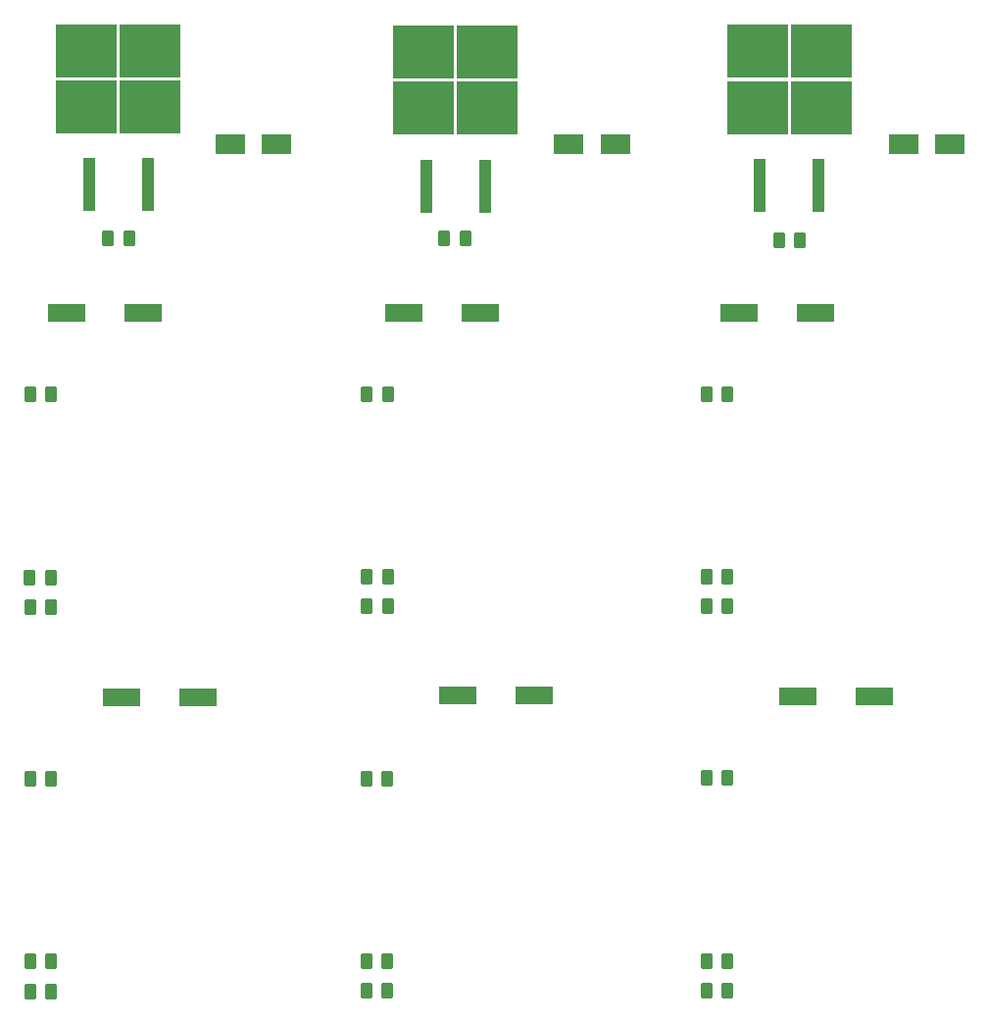
<source format=gbr>
%TF.GenerationSoftware,KiCad,Pcbnew,(6.0.2)*%
%TF.CreationDate,2022-02-23T19:09:50-05:00*%
%TF.ProjectId,SDP_motors,5344505f-6d6f-4746-9f72-732e6b696361,rev?*%
%TF.SameCoordinates,Original*%
%TF.FileFunction,Paste,Top*%
%TF.FilePolarity,Positive*%
%FSLAX46Y46*%
G04 Gerber Fmt 4.6, Leading zero omitted, Abs format (unit mm)*
G04 Created by KiCad (PCBNEW (6.0.2)) date 2022-02-23 19:09:50*
%MOMM*%
%LPD*%
G01*
G04 APERTURE LIST*
G04 Aperture macros list*
%AMRoundRect*
0 Rectangle with rounded corners*
0 $1 Rounding radius*
0 $2 $3 $4 $5 $6 $7 $8 $9 X,Y pos of 4 corners*
0 Add a 4 corners polygon primitive as box body*
4,1,4,$2,$3,$4,$5,$6,$7,$8,$9,$2,$3,0*
0 Add four circle primitives for the rounded corners*
1,1,$1+$1,$2,$3*
1,1,$1+$1,$4,$5*
1,1,$1+$1,$6,$7*
1,1,$1+$1,$8,$9*
0 Add four rect primitives between the rounded corners*
20,1,$1+$1,$2,$3,$4,$5,0*
20,1,$1+$1,$4,$5,$6,$7,0*
20,1,$1+$1,$6,$7,$8,$9,0*
20,1,$1+$1,$8,$9,$2,$3,0*%
G04 Aperture macros list end*
%ADD10R,3.302000X1.498600*%
%ADD11RoundRect,0.250000X-0.262500X-0.450000X0.262500X-0.450000X0.262500X0.450000X-0.262500X0.450000X0*%
%ADD12R,5.250000X4.550000*%
%ADD13R,1.100000X4.600000*%
%ADD14RoundRect,0.250000X0.262500X0.450000X-0.262500X0.450000X-0.262500X-0.450000X0.262500X-0.450000X0*%
%ADD15R,2.500000X1.800000*%
G04 APERTURE END LIST*
D10*
%TO.C,C3*%
X125155800Y-74777600D03*
X131759800Y-74777600D03*
%TD*%
D11*
%TO.C,R6*%
X151268900Y-81788000D03*
X153093900Y-81788000D03*
%TD*%
D12*
%TO.C,Q3*%
X132350400Y-52264400D03*
X126800400Y-52264400D03*
X132350400Y-57114400D03*
X126800400Y-57114400D03*
D13*
X127035400Y-63839400D03*
X132115400Y-63839400D03*
%TD*%
D14*
%TO.C,R15*%
X123721500Y-130759200D03*
X121896500Y-130759200D03*
%TD*%
D10*
%TO.C,C2*%
X154067350Y-74777600D03*
X160671350Y-74777600D03*
%TD*%
D11*
%TO.C,R5*%
X92838900Y-81848800D03*
X94663900Y-81848800D03*
%TD*%
D14*
%TO.C,R2*%
X153093900Y-100126800D03*
X151268900Y-100126800D03*
%TD*%
D15*
%TO.C,D3*%
X143376400Y-60248800D03*
X139376400Y-60248800D03*
%TD*%
D12*
%TO.C,Q2*%
X103232000Y-56997400D03*
X103232000Y-52147400D03*
X97682000Y-56997400D03*
X97682000Y-52147400D03*
D13*
X97917000Y-63722400D03*
X102997000Y-63722400D03*
%TD*%
D10*
%TO.C,C1*%
X95986600Y-74813000D03*
X102590600Y-74813000D03*
%TD*%
D11*
%TO.C,R12*%
X151265250Y-114909600D03*
X153090250Y-114909600D03*
%TD*%
D14*
%TO.C,R8*%
X153090250Y-133248400D03*
X151265250Y-133248400D03*
%TD*%
%TO.C,R3*%
X94613100Y-97637600D03*
X92788100Y-97637600D03*
%TD*%
%TO.C,R13*%
X123721500Y-133248400D03*
X121896500Y-133248400D03*
%TD*%
%TO.C,R4*%
X153093900Y-97586800D03*
X151268900Y-97586800D03*
%TD*%
D11*
%TO.C,R21*%
X128612100Y-68376800D03*
X130437100Y-68376800D03*
%TD*%
%TO.C,R20*%
X99595300Y-68361400D03*
X101420300Y-68361400D03*
%TD*%
%TO.C,R18*%
X121896500Y-114960400D03*
X123721500Y-114960400D03*
%TD*%
D14*
%TO.C,R9*%
X94653900Y-130769200D03*
X92828900Y-130769200D03*
%TD*%
D10*
%TO.C,C4*%
X159131000Y-107848400D03*
X165735000Y-107848400D03*
%TD*%
D15*
%TO.C,D1*%
X172285000Y-60198000D03*
X168285000Y-60198000D03*
%TD*%
D11*
%TO.C,R11*%
X92828900Y-115021200D03*
X94653900Y-115021200D03*
%TD*%
D15*
%TO.C,D2*%
X114115600Y-60198000D03*
X110115600Y-60198000D03*
%TD*%
D14*
%TO.C,R10*%
X153090250Y-130708400D03*
X151265250Y-130708400D03*
%TD*%
D12*
%TO.C,Q1*%
X161211150Y-52213600D03*
X155661150Y-52213600D03*
X155661150Y-57063600D03*
X161211150Y-57063600D03*
D13*
X155896150Y-63788600D03*
X160976150Y-63788600D03*
%TD*%
D14*
%TO.C,R16*%
X123741500Y-97586800D03*
X121916500Y-97586800D03*
%TD*%
%TO.C,R1*%
X94663900Y-100187600D03*
X92838900Y-100187600D03*
%TD*%
D11*
%TO.C,R19*%
X157523650Y-68478400D03*
X159348650Y-68478400D03*
%TD*%
D10*
%TO.C,C5*%
X100701000Y-107960000D03*
X107305000Y-107960000D03*
%TD*%
%TO.C,C6*%
X129768600Y-107797600D03*
X136372600Y-107797600D03*
%TD*%
D11*
%TO.C,R17*%
X121916500Y-81788000D03*
X123741500Y-81788000D03*
%TD*%
D14*
%TO.C,R7*%
X94653900Y-133360000D03*
X92828900Y-133360000D03*
%TD*%
%TO.C,R14*%
X123741500Y-100126800D03*
X121916500Y-100126800D03*
%TD*%
M02*

</source>
